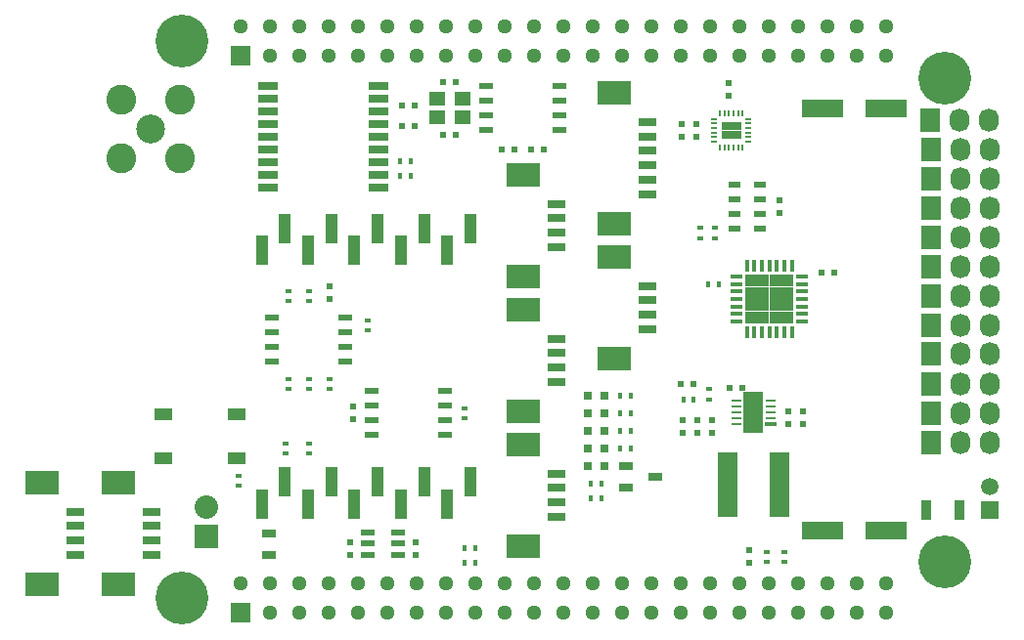
<source format=gts>
%TF.GenerationSoftware,KiCad,Pcbnew,no-vcs-found-product*%
%TF.CreationDate,2015-07-24T02:24:40+02:00*%
%TF.JobID,robocape,726F626F636170652E6B696361645F70,rev?*%
%TF.FileFunction,Soldermask,Top*%
%FSLAX46Y46*%
G04 Gerber Fmt 4.6, Leading zero omitted, Abs format (unit mm)*
G04 Created by KiCad (PCBNEW no-vcs-found-product) date Fre 24 Jul 2015 02:24:40 CEST*
%MOMM*%
G01*
G04 APERTURE LIST*
%ADD10C,0.100000*%
%ADD11R,0.990600X2.540000*%
%ADD12R,0.550000X0.200000*%
%ADD13R,0.200000X0.550000*%
%ADD14R,0.875000X0.800000*%
%ADD15R,1.600000X0.800000*%
%ADD16R,3.000000X2.100000*%
%ADD17R,0.500000X0.600000*%
%ADD18R,0.600000X0.500000*%
%ADD19R,3.599180X1.600200*%
%ADD20R,1.727200X2.032000*%
%ADD21O,1.727200X2.032000*%
%ADD22R,1.500000X1.500000*%
%ADD23C,1.500000*%
%ADD24R,0.797560X0.797560*%
%ADD25R,1.300000X0.700000*%
%ADD26R,0.900000X1.700000*%
%ADD27C,2.500000*%
%ADD28C,2.600000*%
%ADD29R,2.032000X2.032000*%
%ADD30O,2.032000X2.032000*%
%ADD31R,1.700000X5.700000*%
%ADD32R,1.200000X0.800000*%
%ADD33R,0.600000X0.400000*%
%ADD34R,0.400000X0.600000*%
%ADD35R,1.600000X1.000000*%
%ADD36R,1.143000X0.508000*%
%ADD37R,0.370000X1.000000*%
%ADD38R,1.000000X0.370000*%
%ADD39R,1.062500X1.062500*%
%ADD40R,1.220000X0.620000*%
%ADD41R,1.800000X0.700000*%
%ADD42R,1.800000X0.800000*%
%ADD43R,1.100000X0.600000*%
%ADD44R,1.400000X1.150000*%
%ADD45C,4.572000*%
%ADD46R,1.651000X1.651000*%
%ADD47C,1.300480*%
%ADD48R,0.990000X0.420000*%
%ADD49R,0.850000X0.280000*%
%ADD50R,1.700000X3.550000*%
G04 APERTURE END LIST*
D10*
D11*
X95250000Y-81788000D03*
X97256600Y-79883000D03*
X99263200Y-81788000D03*
X101320600Y-79883000D03*
X103276400Y-81788000D03*
X105283000Y-79883000D03*
X107289600Y-81788000D03*
X109296200Y-79883000D03*
X111302800Y-81788000D03*
X113309400Y-79883000D03*
X113309400Y-57912000D03*
X111302800Y-59817000D03*
X109296200Y-57912000D03*
X107289600Y-59817000D03*
X105283000Y-57912000D03*
X103276400Y-59817000D03*
X101269800Y-57912000D03*
X99263200Y-59817000D03*
X97256600Y-57912000D03*
X95250000Y-59817000D03*
D12*
X137390000Y-50403000D03*
X137390000Y-50003000D03*
X137390000Y-49603000D03*
X137390000Y-49203000D03*
X137390000Y-48803000D03*
X137390000Y-48403000D03*
D13*
X136890000Y-47903000D03*
X136490000Y-47903000D03*
X136090000Y-47903000D03*
X135690000Y-47903000D03*
X135290000Y-47903000D03*
X134890000Y-47903000D03*
D12*
X134390000Y-48403000D03*
X134390000Y-48803000D03*
X134390000Y-49203000D03*
X134390000Y-49603000D03*
X134390000Y-50003000D03*
X134390000Y-50403000D03*
D13*
X134890000Y-50903000D03*
X135290000Y-50903000D03*
X135690000Y-50903000D03*
X136090000Y-50903000D03*
X136490000Y-50903000D03*
X136890000Y-50903000D03*
D14*
X135455000Y-49003000D03*
X135455000Y-49803000D03*
X136325000Y-49003000D03*
X136325000Y-49803000D03*
D15*
X120756000Y-59533000D03*
X120756000Y-58283000D03*
X120756000Y-57033000D03*
X120756000Y-55783000D03*
D16*
X117856000Y-53233000D03*
X117856000Y-62083000D03*
D17*
X108585000Y-86190000D03*
X108585000Y-85090000D03*
X102870000Y-86190000D03*
X102870000Y-85090000D03*
X142113000Y-73745000D03*
X142113000Y-74845000D03*
X140843000Y-73745000D03*
X140843000Y-74845000D03*
D18*
X119676000Y-51054000D03*
X118576000Y-51054000D03*
D17*
X101092000Y-64050000D03*
X101092000Y-62950000D03*
D18*
X116036000Y-51054000D03*
X117136000Y-51054000D03*
X110956000Y-49784000D03*
X112056000Y-49784000D03*
X112056000Y-45212000D03*
X110956000Y-45212000D03*
D17*
X103124000Y-74464000D03*
X103124000Y-73364000D03*
D18*
X136821000Y-71755000D03*
X135721000Y-71755000D03*
X131530000Y-71374000D03*
X132630000Y-71374000D03*
D17*
X134239000Y-74507000D03*
X134239000Y-75607000D03*
X132969000Y-74507000D03*
X132969000Y-75607000D03*
X131699000Y-74507000D03*
X131699000Y-75607000D03*
D18*
X107400000Y-47244000D03*
X108500000Y-47244000D03*
D17*
X131572000Y-48853000D03*
X131572000Y-49953000D03*
X132842000Y-48853000D03*
X132842000Y-49953000D03*
D18*
X107400000Y-49022000D03*
X108500000Y-49022000D03*
D17*
X135636000Y-46397000D03*
X135636000Y-45297000D03*
X140081000Y-56557000D03*
X140081000Y-55457000D03*
X137414000Y-85810000D03*
X137414000Y-86910000D03*
D19*
X149308820Y-84074000D03*
X143807180Y-84074000D03*
X149308820Y-47498000D03*
X143807180Y-47498000D03*
D20*
X153162000Y-76454000D03*
D21*
X155702000Y-76454000D03*
X158242000Y-76454000D03*
D20*
X153162000Y-73900000D03*
D21*
X155702000Y-73900000D03*
X158242000Y-73900000D03*
D20*
X153160000Y-71374000D03*
D21*
X155700000Y-71374000D03*
X158240000Y-71374000D03*
D15*
X128630000Y-66645000D03*
X128630000Y-65395000D03*
X128630000Y-64145000D03*
X128630000Y-62895000D03*
D16*
X125730000Y-60345000D03*
X125730000Y-69195000D03*
D20*
X153162000Y-68800000D03*
D21*
X155702000Y-68800000D03*
X158242000Y-68800000D03*
D20*
X153162000Y-66294000D03*
D21*
X155702000Y-66294000D03*
X158242000Y-66294000D03*
D20*
X153162000Y-63754000D03*
D21*
X155702000Y-63754000D03*
X158242000Y-63754000D03*
D15*
X120756000Y-71217000D03*
X120756000Y-69967000D03*
X120756000Y-68717000D03*
X120756000Y-67467000D03*
D16*
X117856000Y-64917000D03*
X117856000Y-73767000D03*
D20*
X153162000Y-61200000D03*
D21*
X155702000Y-61200000D03*
X158242000Y-61200000D03*
D20*
X153162000Y-58674000D03*
D21*
X155702000Y-58674000D03*
X158242000Y-58674000D03*
D20*
X153162000Y-56134000D03*
D21*
X155702000Y-56134000D03*
X158242000Y-56134000D03*
D20*
X153162000Y-53594000D03*
D21*
X155702000Y-53594000D03*
X158242000Y-53594000D03*
D20*
X153162000Y-51054000D03*
D21*
X155702000Y-51054000D03*
X158242000Y-51054000D03*
D20*
X153120000Y-48514000D03*
D21*
X155660000Y-48514000D03*
X158200000Y-48514000D03*
D22*
X158242000Y-82280000D03*
D23*
X158242000Y-80280000D03*
D15*
X120756000Y-82901000D03*
X120756000Y-81651000D03*
X120756000Y-80401000D03*
X120756000Y-79151000D03*
D16*
X117856000Y-76601000D03*
X117856000Y-85451000D03*
D15*
X128630000Y-54941000D03*
X128630000Y-53691000D03*
X128630000Y-52441000D03*
X128630000Y-51191000D03*
X128630000Y-49941000D03*
X128630000Y-48691000D03*
D16*
X125730000Y-46141000D03*
X125730000Y-57491000D03*
D15*
X79100000Y-86203000D03*
X79100000Y-84953000D03*
X79100000Y-83703000D03*
X79100000Y-82453000D03*
D16*
X76200000Y-79903000D03*
X76200000Y-88753000D03*
D15*
X85704000Y-86203000D03*
X85704000Y-84953000D03*
X85704000Y-83703000D03*
X85704000Y-82453000D03*
D16*
X82804000Y-79903000D03*
X82804000Y-88753000D03*
D24*
X123456700Y-78486000D03*
X124955300Y-78486000D03*
X123456700Y-76962000D03*
X124955300Y-76962000D03*
X123456700Y-75438000D03*
X124955300Y-75438000D03*
X123456700Y-73914000D03*
X124955300Y-73914000D03*
X123456700Y-72390000D03*
X124955300Y-72390000D03*
D25*
X95885000Y-86228000D03*
X95885000Y-84328000D03*
D26*
X155628000Y-82296000D03*
X152728000Y-82296000D03*
D27*
X85598000Y-49276000D03*
D28*
X83058000Y-46736000D03*
X83058000Y-51816000D03*
X88138000Y-51816000D03*
X88138000Y-46736000D03*
D29*
X90424000Y-84582000D03*
D30*
X90424000Y-82042000D03*
D31*
X140045000Y-80137000D03*
X135545000Y-80137000D03*
D32*
X129346000Y-79436000D03*
X126746000Y-80386000D03*
X126746000Y-78486000D03*
D33*
X104394000Y-65844000D03*
X104394000Y-66744000D03*
X133223000Y-58743000D03*
X133223000Y-57843000D03*
X134493000Y-58743000D03*
X134493000Y-57843000D03*
X101092000Y-71824000D03*
X101092000Y-70924000D03*
X99314000Y-71824000D03*
X99314000Y-70924000D03*
X97536000Y-71824000D03*
X97536000Y-70924000D03*
X97536000Y-64204000D03*
X97536000Y-63304000D03*
X99314000Y-64204000D03*
X99314000Y-63304000D03*
X93218000Y-80206000D03*
X93218000Y-79306000D03*
D34*
X133916000Y-62738000D03*
X134816000Y-62738000D03*
D33*
X97282000Y-76512000D03*
X97282000Y-77412000D03*
X99314000Y-76512000D03*
X99314000Y-77412000D03*
D34*
X131757000Y-72771000D03*
X132657000Y-72771000D03*
D33*
X133985000Y-72713000D03*
X133985000Y-71813000D03*
D34*
X123756000Y-80010000D03*
X124656000Y-80010000D03*
X124656000Y-81280000D03*
X123756000Y-81280000D03*
X108146000Y-53340000D03*
X107246000Y-53340000D03*
X108146000Y-52070000D03*
X107246000Y-52070000D03*
X127196000Y-76962000D03*
X126296000Y-76962000D03*
X127196000Y-75438000D03*
X126296000Y-75438000D03*
X127196000Y-73914000D03*
X126296000Y-73914000D03*
X127196000Y-72390000D03*
X126296000Y-72390000D03*
X112834000Y-86868000D03*
X113734000Y-86868000D03*
X112834000Y-85598000D03*
X113734000Y-85598000D03*
D33*
X140462000Y-85910000D03*
X140462000Y-86810000D03*
X138938000Y-85910000D03*
X138938000Y-86810000D03*
D35*
X86716000Y-74046000D03*
X93116000Y-74046000D03*
X93116000Y-77846000D03*
X86716000Y-77846000D03*
D36*
X102489000Y-65659000D03*
X102489000Y-66929000D03*
X102489000Y-68199000D03*
X102489000Y-69469000D03*
X96139000Y-69469000D03*
X96139000Y-68199000D03*
X96139000Y-66929000D03*
X96139000Y-65659000D03*
X121031000Y-45593000D03*
X121031000Y-46863000D03*
X121031000Y-48133000D03*
X121031000Y-49403000D03*
X114681000Y-49403000D03*
X114681000Y-48133000D03*
X114681000Y-46863000D03*
X114681000Y-45593000D03*
D37*
X137242000Y-66858000D03*
X137892000Y-66858000D03*
X138542000Y-66858000D03*
X139192000Y-66858000D03*
X139842000Y-66858000D03*
X140492000Y-66858000D03*
X141142000Y-66858000D03*
D38*
X142042000Y-65958000D03*
X142042000Y-65308000D03*
X142042000Y-64658000D03*
X142042000Y-64008000D03*
X142042000Y-63358000D03*
X142042000Y-62708000D03*
X142042000Y-62058000D03*
D37*
X141142000Y-61158000D03*
X140492000Y-61158000D03*
X139842000Y-61158000D03*
X139192000Y-61158000D03*
X138542000Y-61158000D03*
X137892000Y-61158000D03*
X137242000Y-61158000D03*
D38*
X136342000Y-62058000D03*
X136342000Y-62708000D03*
X136342000Y-63358000D03*
X136342000Y-64008000D03*
X136342000Y-64658000D03*
X136342000Y-65308000D03*
X136342000Y-65958000D03*
D39*
X140785750Y-62414250D03*
X139723250Y-62414250D03*
X138660750Y-62414250D03*
X137598250Y-62414250D03*
X140785750Y-63476750D03*
X139723250Y-63476750D03*
X138660750Y-63476750D03*
X137598250Y-63476750D03*
X140785750Y-64539250D03*
X139723250Y-64539250D03*
X138660750Y-64539250D03*
X137598250Y-64539250D03*
X140785750Y-65601750D03*
X139723250Y-65601750D03*
X138660750Y-65601750D03*
X137598250Y-65601750D03*
D36*
X111125000Y-72009000D03*
X111125000Y-73279000D03*
X111125000Y-74549000D03*
X111125000Y-75819000D03*
X104775000Y-75819000D03*
X104775000Y-74549000D03*
X104775000Y-73279000D03*
X104775000Y-72009000D03*
D40*
X104441000Y-84267000D03*
X104441000Y-85217000D03*
X107061000Y-84267000D03*
X104441000Y-86167000D03*
X107061000Y-85217000D03*
X107061000Y-86167000D03*
D41*
X105384000Y-54356000D03*
D42*
X105384000Y-53256000D03*
X105384000Y-52156000D03*
X105384000Y-51056000D03*
X105384000Y-49956000D03*
X105384000Y-48856000D03*
X105384000Y-47756000D03*
X105384000Y-46656000D03*
X105384000Y-45556000D03*
X95784000Y-45556000D03*
X95784000Y-46656000D03*
X95784000Y-47756000D03*
X95784000Y-48856000D03*
X95784000Y-49956000D03*
X95784000Y-51056000D03*
X95784000Y-52156000D03*
X95784000Y-53256000D03*
D41*
X95784000Y-54356000D03*
D43*
X138387000Y-55382000D03*
X138387000Y-54132000D03*
X138387000Y-56632000D03*
X138387000Y-57882000D03*
X136187000Y-57882000D03*
X136187000Y-56632000D03*
X136187000Y-54132000D03*
X136187000Y-55382000D03*
D44*
X110406000Y-46698000D03*
X112606000Y-46698000D03*
X112606000Y-48298000D03*
X110406000Y-48298000D03*
D33*
X112776000Y-73464000D03*
X112776000Y-74364000D03*
D18*
X144822000Y-61722000D03*
X143722000Y-61722000D03*
D45*
X154340000Y-86785000D03*
X88300000Y-89960000D03*
X88300000Y-41700000D03*
X154340000Y-44875000D03*
D46*
X93380000Y-91230000D03*
D47*
X93380000Y-88690000D03*
X95920000Y-91230000D03*
X95920000Y-88690000D03*
X98460000Y-91230000D03*
X98460000Y-88690000D03*
X101000000Y-91230000D03*
X101000000Y-88690000D03*
X103540000Y-91230000D03*
X103540000Y-88690000D03*
X106080000Y-91230000D03*
X106080000Y-88690000D03*
X108620000Y-91230000D03*
X108620000Y-88690000D03*
X111160000Y-91230000D03*
X111160000Y-88690000D03*
X113700000Y-91230000D03*
X113700000Y-88690000D03*
X116240000Y-91230000D03*
X116240000Y-88690000D03*
X118780000Y-91230000D03*
X118780000Y-88690000D03*
X121320000Y-91230000D03*
X121320000Y-88690000D03*
X123860000Y-91230000D03*
X123860000Y-88690000D03*
X126400000Y-91230000D03*
X126400000Y-88690000D03*
X128940000Y-91230000D03*
X128940000Y-88690000D03*
X131480000Y-91230000D03*
X131480000Y-88690000D03*
X134020000Y-91230000D03*
X134020000Y-88690000D03*
X136560000Y-91230000D03*
X136560000Y-88690000D03*
X139100000Y-91230000D03*
X139100000Y-88690000D03*
X141640000Y-91230000D03*
X141640000Y-88690000D03*
X144180000Y-91230000D03*
X144180000Y-88690000D03*
X146720000Y-91230000D03*
X146720000Y-88690000D03*
X149260000Y-91230000D03*
X149260000Y-88690000D03*
D46*
X93380000Y-42970000D03*
D47*
X93380000Y-40430000D03*
X95920000Y-42970000D03*
X95920000Y-40430000D03*
X98460000Y-42970000D03*
X98460000Y-40430000D03*
X101000000Y-42970000D03*
X101000000Y-40430000D03*
X103540000Y-42970000D03*
X103540000Y-40430000D03*
X106080000Y-42970000D03*
X106080000Y-40430000D03*
X108620000Y-42970000D03*
X108620000Y-40430000D03*
X111160000Y-42970000D03*
X111160000Y-40430000D03*
X113700000Y-42970000D03*
X113700000Y-40430000D03*
X116240000Y-42970000D03*
X116240000Y-40430000D03*
X118780000Y-42970000D03*
X118780000Y-40430000D03*
X121320000Y-42970000D03*
X121320000Y-40430000D03*
X123860000Y-42970000D03*
X123860000Y-40430000D03*
X126400000Y-42970000D03*
X126400000Y-40430000D03*
X128940000Y-42970000D03*
X128940000Y-40430000D03*
X131480000Y-42970000D03*
X131480000Y-40430000D03*
X134020000Y-42970000D03*
X134020000Y-40430000D03*
X136560000Y-42970000D03*
X136560000Y-40430000D03*
X139100000Y-42970000D03*
X139100000Y-40430000D03*
X141640000Y-42970000D03*
X141640000Y-40430000D03*
X144180000Y-42970000D03*
X144180000Y-40430000D03*
X146720000Y-42970000D03*
X146720000Y-40430000D03*
X149260000Y-42970000D03*
X149260000Y-40430000D03*
D48*
X139275000Y-74850000D03*
D49*
X139275000Y-74350000D03*
X139275000Y-73850000D03*
X139275000Y-73350000D03*
X139275000Y-72850000D03*
X136325000Y-73350000D03*
X136325000Y-72850000D03*
X136325000Y-73850000D03*
X136325000Y-74350000D03*
X136325000Y-74850000D03*
D50*
X137800000Y-73850000D03*
M02*

</source>
